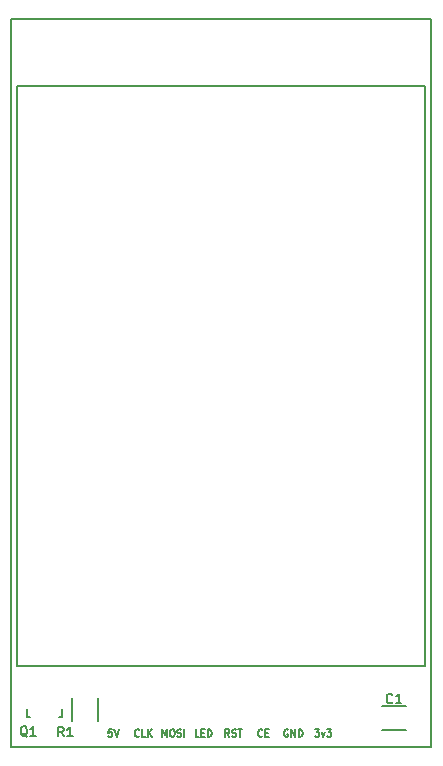
<source format=gto>
G04 #@! TF.FileFunction,Legend,Top*
%FSLAX46Y46*%
G04 Gerber Fmt 4.6, Leading zero omitted, Abs format (unit mm)*
G04 Created by KiCad (PCBNEW 4.0.7) date Wed Nov 28 14:25:24 2018*
%MOMM*%
%LPD*%
G01*
G04 APERTURE LIST*
%ADD10C,0.100000*%
%ADD11C,0.150000*%
G04 APERTURE END LIST*
D10*
D11*
X63123714Y-124893429D02*
X62838000Y-124893429D01*
X62809429Y-125179143D01*
X62838000Y-125150571D01*
X62895143Y-125122000D01*
X63038000Y-125122000D01*
X63095143Y-125150571D01*
X63123714Y-125179143D01*
X63152286Y-125236286D01*
X63152286Y-125379143D01*
X63123714Y-125436286D01*
X63095143Y-125464857D01*
X63038000Y-125493429D01*
X62895143Y-125493429D01*
X62838000Y-125464857D01*
X62809429Y-125436286D01*
X63323715Y-124893429D02*
X63523715Y-125493429D01*
X63723715Y-124893429D01*
X65420857Y-125436286D02*
X65392286Y-125464857D01*
X65306572Y-125493429D01*
X65249429Y-125493429D01*
X65163714Y-125464857D01*
X65106572Y-125407714D01*
X65078000Y-125350571D01*
X65049429Y-125236286D01*
X65049429Y-125150571D01*
X65078000Y-125036286D01*
X65106572Y-124979143D01*
X65163714Y-124922000D01*
X65249429Y-124893429D01*
X65306572Y-124893429D01*
X65392286Y-124922000D01*
X65420857Y-124950571D01*
X65963714Y-125493429D02*
X65678000Y-125493429D01*
X65678000Y-124893429D01*
X66163714Y-125493429D02*
X66163714Y-124893429D01*
X66506571Y-125493429D02*
X66249428Y-125150571D01*
X66506571Y-124893429D02*
X66163714Y-125236286D01*
X67375143Y-125493429D02*
X67375143Y-124893429D01*
X67575143Y-125322000D01*
X67775143Y-124893429D01*
X67775143Y-125493429D01*
X68175143Y-124893429D02*
X68289429Y-124893429D01*
X68346571Y-124922000D01*
X68403714Y-124979143D01*
X68432286Y-125093429D01*
X68432286Y-125293429D01*
X68403714Y-125407714D01*
X68346571Y-125464857D01*
X68289429Y-125493429D01*
X68175143Y-125493429D01*
X68118000Y-125464857D01*
X68060857Y-125407714D01*
X68032286Y-125293429D01*
X68032286Y-125093429D01*
X68060857Y-124979143D01*
X68118000Y-124922000D01*
X68175143Y-124893429D01*
X68660857Y-125464857D02*
X68746571Y-125493429D01*
X68889428Y-125493429D01*
X68946571Y-125464857D01*
X68975142Y-125436286D01*
X69003714Y-125379143D01*
X69003714Y-125322000D01*
X68975142Y-125264857D01*
X68946571Y-125236286D01*
X68889428Y-125207714D01*
X68775142Y-125179143D01*
X68718000Y-125150571D01*
X68689428Y-125122000D01*
X68660857Y-125064857D01*
X68660857Y-125007714D01*
X68689428Y-124950571D01*
X68718000Y-124922000D01*
X68775142Y-124893429D01*
X68918000Y-124893429D01*
X69003714Y-124922000D01*
X69260857Y-125493429D02*
X69260857Y-124893429D01*
X70480286Y-125493429D02*
X70194572Y-125493429D01*
X70194572Y-124893429D01*
X70680286Y-125179143D02*
X70880286Y-125179143D01*
X70966000Y-125493429D02*
X70680286Y-125493429D01*
X70680286Y-124893429D01*
X70966000Y-124893429D01*
X71223143Y-125493429D02*
X71223143Y-124893429D01*
X71366000Y-124893429D01*
X71451715Y-124922000D01*
X71508857Y-124979143D01*
X71537429Y-125036286D01*
X71566000Y-125150571D01*
X71566000Y-125236286D01*
X71537429Y-125350571D01*
X71508857Y-125407714D01*
X71451715Y-125464857D01*
X71366000Y-125493429D01*
X71223143Y-125493429D01*
X73069808Y-125493429D02*
X72869808Y-125207714D01*
X72726951Y-125493429D02*
X72726951Y-124893429D01*
X72955523Y-124893429D01*
X73012665Y-124922000D01*
X73041237Y-124950571D01*
X73069808Y-125007714D01*
X73069808Y-125093429D01*
X73041237Y-125150571D01*
X73012665Y-125179143D01*
X72955523Y-125207714D01*
X72726951Y-125207714D01*
X73298380Y-125464857D02*
X73384094Y-125493429D01*
X73526951Y-125493429D01*
X73584094Y-125464857D01*
X73612665Y-125436286D01*
X73641237Y-125379143D01*
X73641237Y-125322000D01*
X73612665Y-125264857D01*
X73584094Y-125236286D01*
X73526951Y-125207714D01*
X73412665Y-125179143D01*
X73355523Y-125150571D01*
X73326951Y-125122000D01*
X73298380Y-125064857D01*
X73298380Y-125007714D01*
X73326951Y-124950571D01*
X73355523Y-124922000D01*
X73412665Y-124893429D01*
X73555523Y-124893429D01*
X73641237Y-124922000D01*
X73812666Y-124893429D02*
X74155523Y-124893429D01*
X73984094Y-125493429D02*
X73984094Y-124893429D01*
X75852666Y-125436286D02*
X75824095Y-125464857D01*
X75738381Y-125493429D01*
X75681238Y-125493429D01*
X75595523Y-125464857D01*
X75538381Y-125407714D01*
X75509809Y-125350571D01*
X75481238Y-125236286D01*
X75481238Y-125150571D01*
X75509809Y-125036286D01*
X75538381Y-124979143D01*
X75595523Y-124922000D01*
X75681238Y-124893429D01*
X75738381Y-124893429D01*
X75824095Y-124922000D01*
X75852666Y-124950571D01*
X76109809Y-125179143D02*
X76309809Y-125179143D01*
X76395523Y-125493429D02*
X76109809Y-125493429D01*
X76109809Y-124893429D01*
X76395523Y-124893429D01*
X78020858Y-124922000D02*
X77963715Y-124893429D01*
X77878001Y-124893429D01*
X77792286Y-124922000D01*
X77735144Y-124979143D01*
X77706572Y-125036286D01*
X77678001Y-125150571D01*
X77678001Y-125236286D01*
X77706572Y-125350571D01*
X77735144Y-125407714D01*
X77792286Y-125464857D01*
X77878001Y-125493429D01*
X77935144Y-125493429D01*
X78020858Y-125464857D01*
X78049429Y-125436286D01*
X78049429Y-125236286D01*
X77935144Y-125236286D01*
X78306572Y-125493429D02*
X78306572Y-124893429D01*
X78649429Y-125493429D01*
X78649429Y-124893429D01*
X78935143Y-125493429D02*
X78935143Y-124893429D01*
X79078000Y-124893429D01*
X79163715Y-124922000D01*
X79220857Y-124979143D01*
X79249429Y-125036286D01*
X79278000Y-125150571D01*
X79278000Y-125236286D01*
X79249429Y-125350571D01*
X79220857Y-125407714D01*
X79163715Y-125464857D01*
X79078000Y-125493429D01*
X78935143Y-125493429D01*
X80303714Y-124893429D02*
X80675143Y-124893429D01*
X80475143Y-125122000D01*
X80560857Y-125122000D01*
X80618000Y-125150571D01*
X80646571Y-125179143D01*
X80675143Y-125236286D01*
X80675143Y-125379143D01*
X80646571Y-125436286D01*
X80618000Y-125464857D01*
X80560857Y-125493429D01*
X80389429Y-125493429D01*
X80332286Y-125464857D01*
X80303714Y-125436286D01*
X80875143Y-125093429D02*
X81018000Y-125493429D01*
X81160858Y-125093429D01*
X81332286Y-124893429D02*
X81703715Y-124893429D01*
X81503715Y-125122000D01*
X81589429Y-125122000D01*
X81646572Y-125150571D01*
X81675143Y-125179143D01*
X81703715Y-125236286D01*
X81703715Y-125379143D01*
X81675143Y-125436286D01*
X81646572Y-125464857D01*
X81589429Y-125493429D01*
X81418001Y-125493429D01*
X81360858Y-125464857D01*
X81332286Y-125436286D01*
X90170000Y-64770000D02*
X90170000Y-126365000D01*
X54610000Y-64770000D02*
X90170000Y-64770000D01*
X54610000Y-126365000D02*
X54610000Y-64770000D01*
X90170000Y-126365000D02*
X54610000Y-126365000D01*
X87995000Y-122927000D02*
X85995000Y-122927000D01*
X85995000Y-124977000D02*
X87995000Y-124977000D01*
X89633720Y-70426580D02*
X55038920Y-70426580D01*
X55038920Y-119499380D02*
X55038920Y-70426580D01*
X89633720Y-119499380D02*
X89633720Y-70426580D01*
X89633720Y-119499380D02*
X55038920Y-119499380D01*
X56104840Y-123840240D02*
X56153100Y-123840240D01*
X58903820Y-123139200D02*
X58903820Y-123840240D01*
X58903820Y-123840240D02*
X58654900Y-123840240D01*
X56104840Y-123840240D02*
X55904180Y-123840240D01*
X55904180Y-123840240D02*
X55904180Y-123139200D01*
X59758000Y-124190000D02*
X59758000Y-122190000D01*
X61908000Y-122190000D02*
X61908000Y-124190000D01*
X86861667Y-122586714D02*
X86823572Y-122624810D01*
X86709286Y-122662905D01*
X86633096Y-122662905D01*
X86518810Y-122624810D01*
X86442619Y-122548619D01*
X86404524Y-122472429D01*
X86366429Y-122320048D01*
X86366429Y-122205762D01*
X86404524Y-122053381D01*
X86442619Y-121977190D01*
X86518810Y-121901000D01*
X86633096Y-121862905D01*
X86709286Y-121862905D01*
X86823572Y-121901000D01*
X86861667Y-121939095D01*
X87623572Y-122662905D02*
X87166429Y-122662905D01*
X87395000Y-122662905D02*
X87395000Y-121862905D01*
X87318810Y-121977190D01*
X87242619Y-122053381D01*
X87166429Y-122091476D01*
X55956210Y-125507695D02*
X55880019Y-125469600D01*
X55803829Y-125393410D01*
X55689543Y-125279124D01*
X55613352Y-125241029D01*
X55537162Y-125241029D01*
X55575257Y-125431505D02*
X55499067Y-125393410D01*
X55422876Y-125317219D01*
X55384781Y-125164838D01*
X55384781Y-124898171D01*
X55422876Y-124745790D01*
X55499067Y-124669600D01*
X55575257Y-124631505D01*
X55727638Y-124631505D01*
X55803829Y-124669600D01*
X55880019Y-124745790D01*
X55918114Y-124898171D01*
X55918114Y-125164838D01*
X55880019Y-125317219D01*
X55803829Y-125393410D01*
X55727638Y-125431505D01*
X55575257Y-125431505D01*
X56680019Y-125431505D02*
X56222876Y-125431505D01*
X56451447Y-125431505D02*
X56451447Y-124631505D01*
X56375257Y-124745790D01*
X56299066Y-124821981D01*
X56222876Y-124860076D01*
X59048667Y-125482305D02*
X58782000Y-125101352D01*
X58591524Y-125482305D02*
X58591524Y-124682305D01*
X58896286Y-124682305D01*
X58972477Y-124720400D01*
X59010572Y-124758495D01*
X59048667Y-124834686D01*
X59048667Y-124948971D01*
X59010572Y-125025162D01*
X58972477Y-125063257D01*
X58896286Y-125101352D01*
X58591524Y-125101352D01*
X59810572Y-125482305D02*
X59353429Y-125482305D01*
X59582000Y-125482305D02*
X59582000Y-124682305D01*
X59505810Y-124796590D01*
X59429619Y-124872781D01*
X59353429Y-124910876D01*
M02*

</source>
